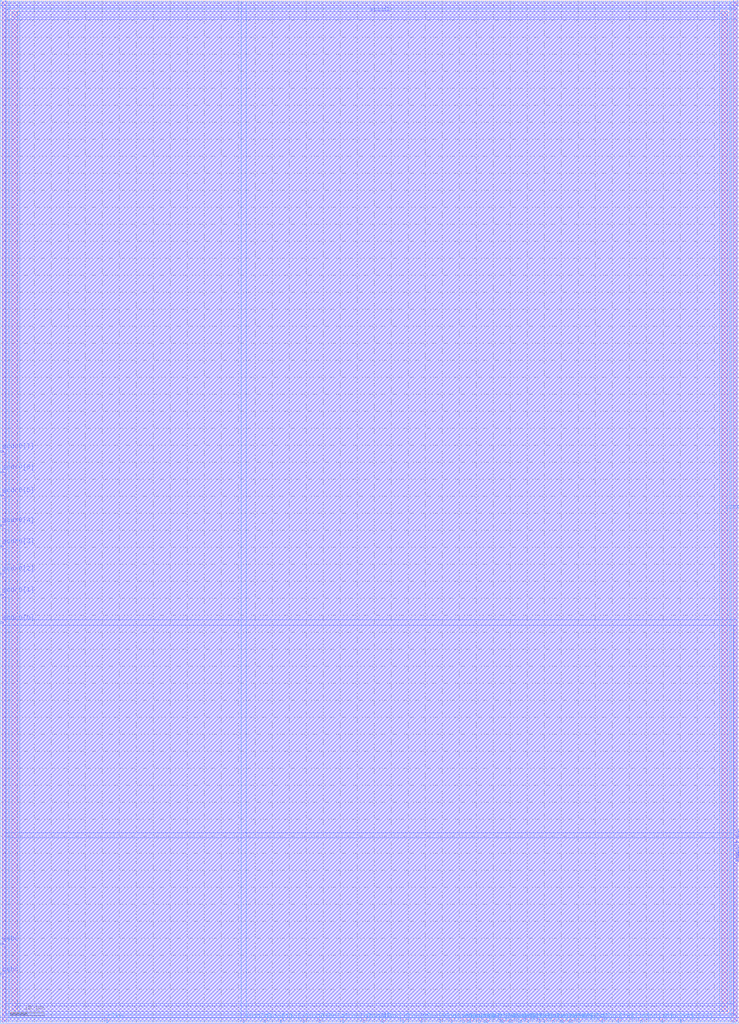
<source format=lef>
VERSION 5.4 ;
NAMESCASESENSITIVE ON ;
BUSBITCHARS "[]" ;
DIVIDERCHAR "/" ;
UNITS
  DATABASE MICRONS 2000 ;
END UNITS
MACRO sram_l1etiket
   CLASS BLOCK ;
   SIZE 217.3 BY 300.94 ;
   SYMMETRY X Y R90 ;
   PIN din0[0]
      DIRECTION INPUT ;
      PORT
         LAYER met4 ;
         RECT  71.4 0.0 71.78 1.06 ;
      END
   END din0[0]
   PIN din0[1]
      DIRECTION INPUT ;
      PORT
         LAYER met4 ;
         RECT  77.52 0.0 77.9 1.06 ;
      END
   END din0[1]
   PIN din0[2]
      DIRECTION INPUT ;
      PORT
         LAYER met4 ;
         RECT  82.28 0.0 82.66 1.06 ;
      END
   END din0[2]
   PIN din0[3]
      DIRECTION INPUT ;
      PORT
         LAYER met4 ;
         RECT  89.08 0.0 89.46 1.06 ;
      END
   END din0[3]
   PIN din0[4]
      DIRECTION INPUT ;
      PORT
         LAYER met4 ;
         RECT  93.84 0.0 94.22 1.06 ;
      END
   END din0[4]
   PIN din0[5]
      DIRECTION INPUT ;
      PORT
         LAYER met4 ;
         RECT  100.64 0.0 101.02 1.06 ;
      END
   END din0[5]
   PIN din0[6]
      DIRECTION INPUT ;
      PORT
         LAYER met4 ;
         RECT  106.76 0.0 107.14 1.06 ;
      END
   END din0[6]
   PIN din0[7]
      DIRECTION INPUT ;
      PORT
         LAYER met4 ;
         RECT  112.2 0.0 112.58 1.06 ;
      END
   END din0[7]
   PIN din0[8]
      DIRECTION INPUT ;
      PORT
         LAYER met4 ;
         RECT  118.32 0.0 118.7 1.06 ;
      END
   END din0[8]
   PIN din0[9]
      DIRECTION INPUT ;
      PORT
         LAYER met4 ;
         RECT  123.76 0.0 124.14 1.06 ;
      END
   END din0[9]
   PIN din0[10]
      DIRECTION INPUT ;
      PORT
         LAYER met4 ;
         RECT  129.2 0.0 129.58 1.06 ;
      END
   END din0[10]
   PIN din0[11]
      DIRECTION INPUT ;
      PORT
         LAYER met4 ;
         RECT  136.0 0.0 136.38 1.06 ;
      END
   END din0[11]
   PIN din0[12]
      DIRECTION INPUT ;
      PORT
         LAYER met4 ;
         RECT  140.76 0.0 141.14 1.06 ;
      END
   END din0[12]
   PIN din0[13]
      DIRECTION INPUT ;
      PORT
         LAYER met4 ;
         RECT  146.88 0.0 147.26 1.06 ;
      END
   END din0[13]
   PIN din0[14]
      DIRECTION INPUT ;
      PORT
         LAYER met4 ;
         RECT  152.32 0.0 152.7 1.06 ;
      END
   END din0[14]
   PIN din0[15]
      DIRECTION INPUT ;
      PORT
         LAYER met4 ;
         RECT  158.44 0.0 158.82 1.06 ;
      END
   END din0[15]
   PIN din0[16]
      DIRECTION INPUT ;
      PORT
         LAYER met4 ;
         RECT  164.56 0.0 164.94 1.06 ;
      END
   END din0[16]
   PIN din0[17]
      DIRECTION INPUT ;
      PORT
         LAYER met4 ;
         RECT  170.0 0.0 170.38 1.06 ;
      END
   END din0[17]
   PIN din0[18]
      DIRECTION INPUT ;
      PORT
         LAYER met4 ;
         RECT  176.8 0.0 177.18 1.06 ;
      END
   END din0[18]
   PIN din0[19]
      DIRECTION INPUT ;
      PORT
         LAYER met4 ;
         RECT  181.56 0.0 181.94 1.06 ;
      END
   END din0[19]
   PIN din0[20]
      DIRECTION INPUT ;
      PORT
         LAYER met4 ;
         RECT  188.36 0.0 188.74 1.06 ;
      END
   END din0[20]
   PIN din0[21]
      DIRECTION INPUT ;
      PORT
         LAYER met4 ;
         RECT  194.48 0.0 194.86 1.06 ;
      END
   END din0[21]
   PIN din0[22]
      DIRECTION INPUT ;
      PORT
         LAYER met4 ;
         RECT  199.92 0.0 200.3 1.06 ;
      END
   END din0[22]
   PIN addr0[0]
      DIRECTION INPUT ;
      PORT
         LAYER met3 ;
         RECT  0.0 117.64 1.06 118.02 ;
      END
   END addr0[0]
   PIN addr0[1]
      DIRECTION INPUT ;
      PORT
         LAYER met3 ;
         RECT  0.0 125.8 1.06 126.18 ;
      END
   END addr0[1]
   PIN addr0[2]
      DIRECTION INPUT ;
      PORT
         LAYER met3 ;
         RECT  0.0 131.92 1.06 132.3 ;
      END
   END addr0[2]
   PIN addr0[3]
      DIRECTION INPUT ;
      PORT
         LAYER met3 ;
         RECT  0.0 140.08 1.06 140.46 ;
      END
   END addr0[3]
   PIN addr0[4]
      DIRECTION INPUT ;
      PORT
         LAYER met3 ;
         RECT  0.0 146.2 1.06 146.58 ;
      END
   END addr0[4]
   PIN addr0[5]
      DIRECTION INPUT ;
      PORT
         LAYER met3 ;
         RECT  0.0 155.04 1.06 155.42 ;
      END
   END addr0[5]
   PIN addr0[6]
      DIRECTION INPUT ;
      PORT
         LAYER met3 ;
         RECT  0.0 161.84 1.06 162.22 ;
      END
   END addr0[6]
   PIN addr0[7]
      DIRECTION INPUT ;
      PORT
         LAYER met3 ;
         RECT  0.0 167.96 1.06 168.34 ;
      END
   END addr0[7]
   PIN csb0
      DIRECTION INPUT ;
      PORT
         LAYER met3 ;
         RECT  0.0 14.28 1.06 14.66 ;
      END
   END csb0
   PIN web0
      DIRECTION INPUT ;
      PORT
         LAYER met3 ;
         RECT  0.0 23.12 1.06 23.5 ;
      END
   END web0
   PIN clk0
      DIRECTION INPUT ;
      PORT
         LAYER met4 ;
         RECT  31.28 0.0 31.66 1.06 ;
      END
   END clk0
   PIN dout0[0]
      DIRECTION OUTPUT ;
      PORT
         LAYER met4 ;
         RECT  132.6 0.0 132.98 1.06 ;
      END
   END dout0[0]
   PIN dout0[1]
      DIRECTION OUTPUT ;
      PORT
         LAYER met4 ;
         RECT  137.36 0.0 137.74 1.06 ;
      END
   END dout0[1]
   PIN dout0[2]
      DIRECTION OUTPUT ;
      PORT
         LAYER met4 ;
         RECT  138.04 0.0 138.42 1.06 ;
      END
   END dout0[2]
   PIN dout0[3]
      DIRECTION OUTPUT ;
      PORT
         LAYER met4 ;
         RECT  142.12 0.0 142.5 1.06 ;
      END
   END dout0[3]
   PIN dout0[4]
      DIRECTION OUTPUT ;
      PORT
         LAYER met4 ;
         RECT  142.8 0.0 143.18 1.06 ;
      END
   END dout0[4]
   PIN dout0[5]
      DIRECTION OUTPUT ;
      PORT
         LAYER met4 ;
         RECT  147.56 0.0 147.94 1.06 ;
      END
   END dout0[5]
   PIN dout0[6]
      DIRECTION OUTPUT ;
      PORT
         LAYER met4 ;
         RECT  149.6 0.0 149.98 1.06 ;
      END
   END dout0[6]
   PIN dout0[7]
      DIRECTION OUTPUT ;
      PORT
         LAYER met4 ;
         RECT  150.28 0.0 150.66 1.06 ;
      END
   END dout0[7]
   PIN dout0[8]
      DIRECTION OUTPUT ;
      PORT
         LAYER met4 ;
         RECT  153.0 0.0 153.38 1.06 ;
      END
   END dout0[8]
   PIN dout0[9]
      DIRECTION OUTPUT ;
      PORT
         LAYER met4 ;
         RECT  155.04 0.0 155.42 1.06 ;
      END
   END dout0[9]
   PIN dout0[10]
      DIRECTION OUTPUT ;
      PORT
         LAYER met4 ;
         RECT  159.8 0.0 160.18 1.06 ;
      END
   END dout0[10]
   PIN dout0[11]
      DIRECTION OUTPUT ;
      PORT
         LAYER met4 ;
         RECT  162.52 0.0 162.9 1.06 ;
      END
   END dout0[11]
   PIN dout0[12]
      DIRECTION OUTPUT ;
      PORT
         LAYER met4 ;
         RECT  165.24 0.0 165.62 1.06 ;
      END
   END dout0[12]
   PIN dout0[13]
      DIRECTION OUTPUT ;
      PORT
         LAYER met4 ;
         RECT  167.28 0.0 167.66 1.06 ;
      END
   END dout0[13]
   PIN dout0[14]
      DIRECTION OUTPUT ;
      PORT
         LAYER met4 ;
         RECT  167.96 0.0 168.34 1.06 ;
      END
   END dout0[14]
   PIN dout0[15]
      DIRECTION OUTPUT ;
      PORT
         LAYER met3 ;
         RECT  216.24 55.08 217.3 55.46 ;
      END
   END dout0[15]
   PIN dout0[16]
      DIRECTION OUTPUT ;
      PORT
         LAYER met3 ;
         RECT  216.24 54.4 217.3 54.78 ;
      END
   END dout0[16]
   PIN dout0[17]
      DIRECTION OUTPUT ;
      PORT
         LAYER met3 ;
         RECT  216.24 47.6 217.3 47.98 ;
      END
   END dout0[17]
   PIN dout0[18]
      DIRECTION OUTPUT ;
      PORT
         LAYER met3 ;
         RECT  216.24 48.28 217.3 48.66 ;
      END
   END dout0[18]
   PIN dout0[19]
      DIRECTION OUTPUT ;
      PORT
         LAYER met3 ;
         RECT  216.24 53.04 217.3 53.42 ;
      END
   END dout0[19]
   PIN dout0[20]
      DIRECTION OUTPUT ;
      PORT
         LAYER met3 ;
         RECT  216.24 48.96 217.3 49.34 ;
      END
   END dout0[20]
   PIN dout0[21]
      DIRECTION OUTPUT ;
      PORT
         LAYER met3 ;
         RECT  216.24 49.64 217.3 50.02 ;
      END
   END dout0[21]
   PIN dout0[22]
      DIRECTION OUTPUT ;
      PORT
         LAYER met3 ;
         RECT  216.24 50.32 217.3 50.7 ;
      END
   END dout0[22]
   PIN vccd1
      DIRECTION INOUT ;
      USE POWER ; 
      SHAPE ABUTMENT ; 
      PORT
         LAYER met4 ;
         RECT  3.4 3.4 5.14 297.54 ;
         LAYER met3 ;
         RECT  3.4 3.4 213.9 5.14 ;
         LAYER met3 ;
         RECT  3.4 295.8 213.9 297.54 ;
         LAYER met4 ;
         RECT  212.16 3.4 213.9 297.54 ;
      END
   END vccd1
   PIN vssd1
      DIRECTION INOUT ;
      USE GROUND ; 
      SHAPE ABUTMENT ; 
      PORT
         LAYER met4 ;
         RECT  0.0 0.0 1.74 300.94 ;
         LAYER met3 ;
         RECT  0.0 299.2 217.3 300.94 ;
         LAYER met4 ;
         RECT  215.56 0.0 217.3 300.94 ;
         LAYER met3 ;
         RECT  0.0 0.0 217.3 1.74 ;
      END
   END vssd1
   OBS
   LAYER  met1 ;
      RECT  0.62 0.62 216.68 300.32 ;
   LAYER  met2 ;
      RECT  0.62 0.62 216.68 300.32 ;
   LAYER  met3 ;
      RECT  1.66 117.04 216.68 118.62 ;
      RECT  0.62 118.62 1.66 125.2 ;
      RECT  0.62 126.78 1.66 131.32 ;
      RECT  0.62 132.9 1.66 139.48 ;
      RECT  0.62 141.06 1.66 145.6 ;
      RECT  0.62 147.18 1.66 154.44 ;
      RECT  0.62 156.02 1.66 161.24 ;
      RECT  0.62 162.82 1.66 167.36 ;
      RECT  0.62 15.26 1.66 22.52 ;
      RECT  0.62 24.1 1.66 117.04 ;
      RECT  1.66 54.48 215.64 56.06 ;
      RECT  1.66 56.06 215.64 117.04 ;
      RECT  215.64 56.06 216.68 117.04 ;
      RECT  215.64 51.3 216.68 52.44 ;
      RECT  1.66 2.8 2.8 5.74 ;
      RECT  1.66 5.74 2.8 54.48 ;
      RECT  2.8 5.74 214.5 54.48 ;
      RECT  214.5 2.8 215.64 5.74 ;
      RECT  214.5 5.74 215.64 54.48 ;
      RECT  1.66 118.62 2.8 295.2 ;
      RECT  1.66 295.2 2.8 298.14 ;
      RECT  2.8 118.62 214.5 295.2 ;
      RECT  214.5 118.62 216.68 295.2 ;
      RECT  214.5 295.2 216.68 298.14 ;
      RECT  0.62 168.94 1.66 298.6 ;
      RECT  1.66 298.14 2.8 298.6 ;
      RECT  2.8 298.14 214.5 298.6 ;
      RECT  214.5 298.14 216.68 298.6 ;
      RECT  0.62 2.34 1.66 13.68 ;
      RECT  215.64 2.34 216.68 47.0 ;
      RECT  1.66 2.34 2.8 2.8 ;
      RECT  2.8 2.34 214.5 2.8 ;
      RECT  214.5 2.34 215.64 2.8 ;
   LAYER  met4 ;
      RECT  70.8 1.66 72.38 300.32 ;
      RECT  72.38 0.62 76.92 1.66 ;
      RECT  78.5 0.62 81.68 1.66 ;
      RECT  83.26 0.62 88.48 1.66 ;
      RECT  90.06 0.62 93.24 1.66 ;
      RECT  94.82 0.62 100.04 1.66 ;
      RECT  101.62 0.62 106.16 1.66 ;
      RECT  107.74 0.62 111.6 1.66 ;
      RECT  113.18 0.62 117.72 1.66 ;
      RECT  119.3 0.62 123.16 1.66 ;
      RECT  124.74 0.62 128.6 1.66 ;
      RECT  170.98 0.62 176.2 1.66 ;
      RECT  177.78 0.62 180.96 1.66 ;
      RECT  182.54 0.62 187.76 1.66 ;
      RECT  189.34 0.62 193.88 1.66 ;
      RECT  195.46 0.62 199.32 1.66 ;
      RECT  32.26 0.62 70.8 1.66 ;
      RECT  130.18 0.62 132.0 1.66 ;
      RECT  133.58 0.62 135.4 1.66 ;
      RECT  139.02 0.62 140.16 1.66 ;
      RECT  143.78 0.62 146.28 1.66 ;
      RECT  148.54 0.62 149.0 1.66 ;
      RECT  151.26 0.62 151.72 1.66 ;
      RECT  153.98 0.62 154.44 1.66 ;
      RECT  156.02 0.62 157.84 1.66 ;
      RECT  160.78 0.62 161.92 1.66 ;
      RECT  163.5 0.62 163.96 1.66 ;
      RECT  166.22 0.62 166.68 1.66 ;
      RECT  168.94 0.62 169.4 1.66 ;
      RECT  2.8 1.66 5.74 2.8 ;
      RECT  2.8 298.14 5.74 300.32 ;
      RECT  5.74 1.66 70.8 2.8 ;
      RECT  5.74 2.8 70.8 298.14 ;
      RECT  5.74 298.14 70.8 300.32 ;
      RECT  72.38 1.66 211.56 2.8 ;
      RECT  72.38 2.8 211.56 298.14 ;
      RECT  72.38 298.14 211.56 300.32 ;
      RECT  211.56 1.66 214.5 2.8 ;
      RECT  211.56 298.14 214.5 300.32 ;
      RECT  2.34 0.62 30.68 1.66 ;
      RECT  2.34 1.66 2.8 2.8 ;
      RECT  2.34 2.8 2.8 298.14 ;
      RECT  2.34 298.14 2.8 300.32 ;
      RECT  200.9 0.62 214.96 1.66 ;
      RECT  214.5 1.66 214.96 2.8 ;
      RECT  214.5 2.8 214.96 298.14 ;
      RECT  214.5 298.14 214.96 300.32 ;
   END
END    sram_l1etiket
END    LIBRARY

</source>
